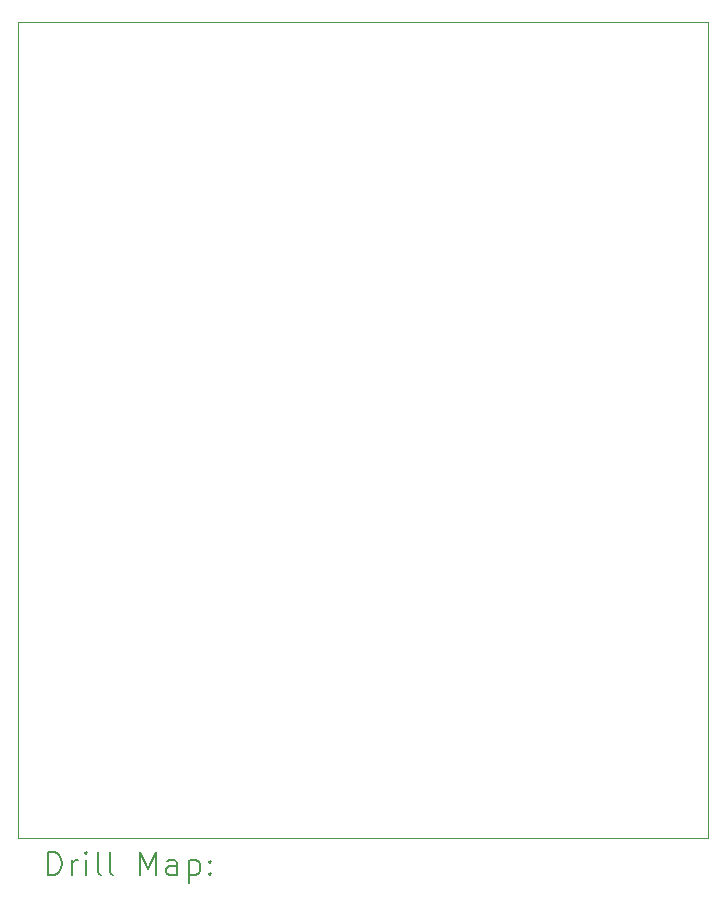
<source format=gbr>
%TF.GenerationSoftware,KiCad,Pcbnew,9.0.6*%
%TF.CreationDate,2025-12-16T16:24:00-03:00*%
%TF.ProjectId,shield teensy_v3,73686965-6c64-4207-9465-656e73795f76,rev?*%
%TF.SameCoordinates,Original*%
%TF.FileFunction,Drillmap*%
%TF.FilePolarity,Positive*%
%FSLAX45Y45*%
G04 Gerber Fmt 4.5, Leading zero omitted, Abs format (unit mm)*
G04 Created by KiCad (PCBNEW 9.0.6) date 2025-12-16 16:24:00*
%MOMM*%
%LPD*%
G01*
G04 APERTURE LIST*
%ADD10C,0.100000*%
%ADD11C,0.200000*%
G04 APERTURE END LIST*
D10*
X14334000Y-6237000D02*
X20173000Y-6237000D01*
X20173000Y-13145000D01*
X14334000Y-13145000D01*
X14334000Y-6237000D01*
D11*
X14589777Y-13461484D02*
X14589777Y-13261484D01*
X14589777Y-13261484D02*
X14637396Y-13261484D01*
X14637396Y-13261484D02*
X14665967Y-13271008D01*
X14665967Y-13271008D02*
X14685015Y-13290055D01*
X14685015Y-13290055D02*
X14694539Y-13309103D01*
X14694539Y-13309103D02*
X14704062Y-13347198D01*
X14704062Y-13347198D02*
X14704062Y-13375769D01*
X14704062Y-13375769D02*
X14694539Y-13413865D01*
X14694539Y-13413865D02*
X14685015Y-13432912D01*
X14685015Y-13432912D02*
X14665967Y-13451960D01*
X14665967Y-13451960D02*
X14637396Y-13461484D01*
X14637396Y-13461484D02*
X14589777Y-13461484D01*
X14789777Y-13461484D02*
X14789777Y-13328150D01*
X14789777Y-13366246D02*
X14799301Y-13347198D01*
X14799301Y-13347198D02*
X14808824Y-13337674D01*
X14808824Y-13337674D02*
X14827872Y-13328150D01*
X14827872Y-13328150D02*
X14846920Y-13328150D01*
X14913586Y-13461484D02*
X14913586Y-13328150D01*
X14913586Y-13261484D02*
X14904062Y-13271008D01*
X14904062Y-13271008D02*
X14913586Y-13280531D01*
X14913586Y-13280531D02*
X14923110Y-13271008D01*
X14923110Y-13271008D02*
X14913586Y-13261484D01*
X14913586Y-13261484D02*
X14913586Y-13280531D01*
X15037396Y-13461484D02*
X15018348Y-13451960D01*
X15018348Y-13451960D02*
X15008824Y-13432912D01*
X15008824Y-13432912D02*
X15008824Y-13261484D01*
X15142158Y-13461484D02*
X15123110Y-13451960D01*
X15123110Y-13451960D02*
X15113586Y-13432912D01*
X15113586Y-13432912D02*
X15113586Y-13261484D01*
X15370729Y-13461484D02*
X15370729Y-13261484D01*
X15370729Y-13261484D02*
X15437396Y-13404341D01*
X15437396Y-13404341D02*
X15504062Y-13261484D01*
X15504062Y-13261484D02*
X15504062Y-13461484D01*
X15685015Y-13461484D02*
X15685015Y-13356722D01*
X15685015Y-13356722D02*
X15675491Y-13337674D01*
X15675491Y-13337674D02*
X15656443Y-13328150D01*
X15656443Y-13328150D02*
X15618348Y-13328150D01*
X15618348Y-13328150D02*
X15599301Y-13337674D01*
X15685015Y-13451960D02*
X15665967Y-13461484D01*
X15665967Y-13461484D02*
X15618348Y-13461484D01*
X15618348Y-13461484D02*
X15599301Y-13451960D01*
X15599301Y-13451960D02*
X15589777Y-13432912D01*
X15589777Y-13432912D02*
X15589777Y-13413865D01*
X15589777Y-13413865D02*
X15599301Y-13394817D01*
X15599301Y-13394817D02*
X15618348Y-13385293D01*
X15618348Y-13385293D02*
X15665967Y-13385293D01*
X15665967Y-13385293D02*
X15685015Y-13375769D01*
X15780253Y-13328150D02*
X15780253Y-13528150D01*
X15780253Y-13337674D02*
X15799301Y-13328150D01*
X15799301Y-13328150D02*
X15837396Y-13328150D01*
X15837396Y-13328150D02*
X15856443Y-13337674D01*
X15856443Y-13337674D02*
X15865967Y-13347198D01*
X15865967Y-13347198D02*
X15875491Y-13366246D01*
X15875491Y-13366246D02*
X15875491Y-13423388D01*
X15875491Y-13423388D02*
X15865967Y-13442436D01*
X15865967Y-13442436D02*
X15856443Y-13451960D01*
X15856443Y-13451960D02*
X15837396Y-13461484D01*
X15837396Y-13461484D02*
X15799301Y-13461484D01*
X15799301Y-13461484D02*
X15780253Y-13451960D01*
X15961205Y-13442436D02*
X15970729Y-13451960D01*
X15970729Y-13451960D02*
X15961205Y-13461484D01*
X15961205Y-13461484D02*
X15951682Y-13451960D01*
X15951682Y-13451960D02*
X15961205Y-13442436D01*
X15961205Y-13442436D02*
X15961205Y-13461484D01*
X15961205Y-13337674D02*
X15970729Y-13347198D01*
X15970729Y-13347198D02*
X15961205Y-13356722D01*
X15961205Y-13356722D02*
X15951682Y-13347198D01*
X15951682Y-13347198D02*
X15961205Y-13337674D01*
X15961205Y-13337674D02*
X15961205Y-13356722D01*
M02*

</source>
